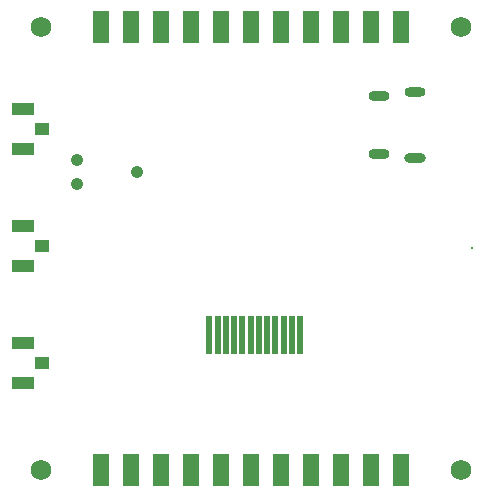
<source format=gbs>
G04*
G04 #@! TF.GenerationSoftware,Altium Limited,Altium Designer,19.0.15 (446)*
G04*
G04 Layer_Color=8150272*
%FSLAX25Y25*%
%MOIN*%
G70*
G01*
G75*
%ADD48R,0.05131X0.03950*%
%ADD60R,0.07493X0.03950*%
%ADD67C,0.04200*%
%ADD68C,0.00800*%
%ADD69R,0.05800X0.10800*%
%ADD70O,0.07099X0.03556*%
%ADD71O,0.07296X0.03162*%
%ADD72O,0.07099X0.03162*%
%ADD73C,0.06800*%
%ADD89R,0.02178X0.12611*%
D48*
X-69504Y-111956D02*
D03*
Y-73000D02*
D03*
Y-33826D02*
D03*
D60*
X-76000Y-105263D02*
D03*
Y-118649D02*
D03*
Y-66307D02*
D03*
Y-79693D02*
D03*
Y-27133D02*
D03*
Y-40519D02*
D03*
D67*
X-57900Y-44100D02*
D03*
Y-52100D02*
D03*
X-37900Y-48100D02*
D03*
D68*
X73829Y-73457D02*
D03*
D69*
X-50000Y-147500D02*
D03*
Y0D02*
D03*
X-40000D02*
D03*
X-30000D02*
D03*
X-20000D02*
D03*
X-10000D02*
D03*
X0D02*
D03*
X10000D02*
D03*
X20000D02*
D03*
X30000D02*
D03*
X40000D02*
D03*
X50000D02*
D03*
Y-147500D02*
D03*
X40000D02*
D03*
X30000D02*
D03*
X20000D02*
D03*
X10000D02*
D03*
X0D02*
D03*
X-10000D02*
D03*
X-20000D02*
D03*
X-30000D02*
D03*
X-40000D02*
D03*
D70*
X42810Y-22953D02*
D03*
Y-42047D02*
D03*
D71*
X54739Y-43406D02*
D03*
D72*
Y-21595D02*
D03*
D73*
X-70000Y0D02*
D03*
X70000D02*
D03*
Y-147500D02*
D03*
X-70000D02*
D03*
D89*
X-13827Y-102689D02*
D03*
X-11071D02*
D03*
X-8315D02*
D03*
X-5559D02*
D03*
X-2803D02*
D03*
X-47D02*
D03*
X2709D02*
D03*
X5465D02*
D03*
X8220D02*
D03*
X10976D02*
D03*
X13732D02*
D03*
X16488D02*
D03*
M02*

</source>
